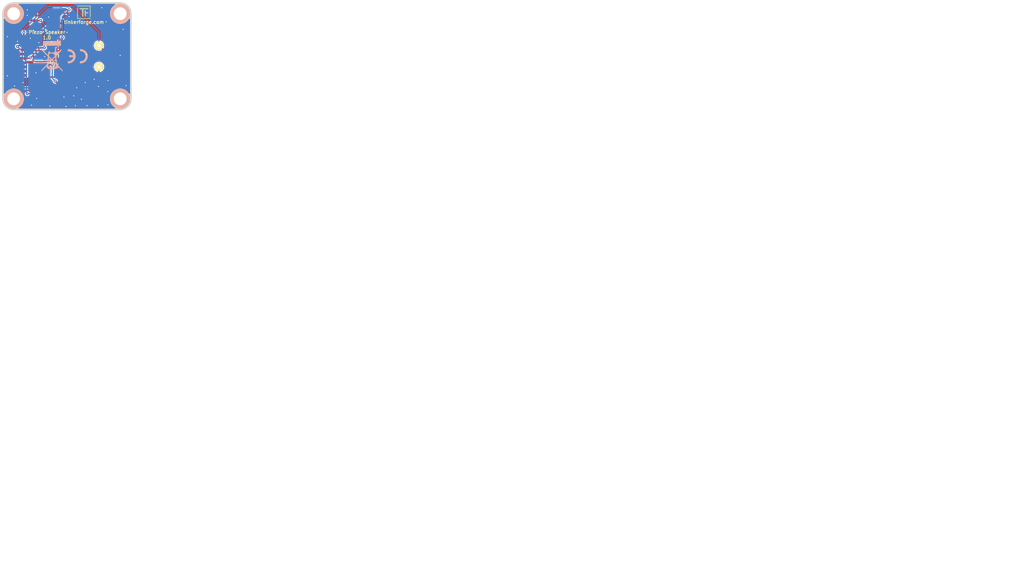
<source format=kicad_pcb>
(kicad_pcb (version 20221018) (generator pcbnew)
  (title_block (title "Piezo Speaker Bricklet") (rev "1.0") (company "Tinkerforge GmbH") (comment 1 "Licensed under CERN OHL v.1.1") (comment 2 "Copyright (©) 2013, B.Nordmeyer <bastian@tinkerforge.com>"))
  (layers (0 "F.Cu" signal "Vorderseite") (31 "B.Cu" signal "Rückseite") (34 "B.Paste" user) (35 "F.Paste" user) (36 "B.SilkS" user "B.Silkscreen") (37 "F.SilkS" user "F.Silkscreen") (38 "B.Mask" user) (39 "F.Mask" user) (44 "Edge.Cuts" user))
  (net 0 "")
  (net 1 "+5V")
  (net 2 "Feedback")
  (net 3 "GND")
  (net 4 "POT1-A")
  (net 5 "POT2-A")
  (net 6 "Reset")
  (net 7 "VCC")
  (net 8 "Net-(C3-Pad2)")
  (net 9 "Net-(C5-Pad2)")
  (net 10 "Net-(P1-Pad4)")
  (net 11 "Net-(P1-Pad5)")
  (net 12 "Net-(P1-Pad6)")
  (net 13 "Net-(P1-Pad8)")
  (net 14 "Net-(P1-Pad9)")
  (net 15 "Net-(Q1-PadD)")
  (net 16 "Net-(U1-Pad7)")
  (net 17 "Net-(U2-Pad5)")
  (net 18 "Net-(U2-Pad6)")
  (net 19 "Net-(U2-Pad10)")
  (net 20 "Net-(U2-Pad11)")
  (footprint "kicad-libraries:Logo_31x31" (layer "F.Cu") (at 60.3 30.4)
    (fp_text reference "G***" hide)
    (fp_text value "Logo_31x31" hide)
  )
  (footprint "kicad-libraries:Fiducial_Mark" (layer "F.Cu") (at 65.2 32.3)
    (fp_text reference "Fiducial_Mark" hide)
    (fp_text value "VAL**" hide)
    (pad "1" smd circle (at 0 0) (size 1.00076 1.00076) (layers "F.Cu" "F.Paste" "F.Mask") (clearance 0.65024))
  )
  (footprint "kicad-libraries:Fiducial_Mark" (layer "F.Cu") (at 45.7 46.3)
    (fp_text reference "Fiducial_Mark" hide)
    (fp_text value "VAL**" hide)
    (pad "1" smd circle (at 0 0) (size 1.00076 1.00076) (layers "F.Cu" "F.Paste" "F.Mask") (clearance 0.65024))
  )
  (footprint "kicad-libraries:C0603" (layer "F.Cu") (at 57.3 32.2 -90)
    (fp_text reference "C1")
    (fp_text value "100nF")
    (pad "1" smd rect (at -0.8001 0 270) (size 0.8001 0.8001) (layers "F.Cu" "F.Paste" "F.Mask") (net 7 "VCC"))
    (pad "2" smd rect (at 0.8001 0 270) (size 0.8001 0.8001) (layers "F.Cu" "F.Paste" "F.Mask") (net 3 "GND"))
  )
  (footprint "kicad-libraries:C0603" (layer "F.Cu") (at 56 38.9 180)
    (fp_text reference "C2")
    (fp_text value "100nF")
    (pad "1" smd rect (at -0.8001 0 180) (size 0.8001 0.8001) (layers "F.Cu" "F.Paste" "F.Mask") (net 7 "VCC"))
    (pad "2" smd rect (at 0.8001 0 180) (size 0.8001 0.8001) (layers "F.Cu" "F.Paste" "F.Mask") (net 3 "GND"))
  )
  (footprint "kicad-libraries:C0603" (layer "F.Cu") (at 58.5 50.8 90)
    (fp_text reference "C3")
    (fp_text value "5.6nF NC0")
    (pad "1" smd rect (at -0.8001 0 90) (size 0.8001 0.8001) (layers "F.Cu" "F.Paste" "F.Mask") (net 3 "GND"))
    (pad "2" smd rect (at 0.8001 0 90) (size 0.8001 0.8001) (layers "F.Cu" "F.Paste" "F.Mask") (net 8 "Net-(C3-Pad2)"))
  )
  (footprint "kicad-libraries:C0603" (layer "F.Cu") (at 49.6 51.9 90)
    (fp_text reference "C4")
    (fp_text value "100nF")
    (pad "1" smd rect (at -0.8001 0 90) (size 0.8001 0.8001) (layers "F.Cu" "F.Paste" "F.Mask") (net 3 "GND"))
    (pad "2" smd rect (at 0.8001 0 90) (size 0.8001 0.8001) (layers "F.Cu" "F.Paste" "F.Mask") (net 7 "VCC"))
  )
  (footprint "kicad-libraries:C0603" (layer "F.Cu") (at 49.6 47.7 90)
    (fp_text reference "C5")
    (fp_text value "10nF")
    (pad "1" smd rect (at -0.8001 0 90) (size 0.8001 0.8001) (layers "F.Cu" "F.Paste" "F.Mask") (net 3 "GND"))
    (pad "2" smd rect (at 0.8001 0 90) (size 0.8001 0.8001) (layers "F.Cu" "F.Paste" "F.Mask") (net 9 "Net-(C5-Pad2)"))
  )
  (footprint "kicad-libraries:CON-SENSOR" (layer "F.Cu") (at 43 42.3 -90)
    (fp_text reference "P1")
    (fp_text value "CON-SENSOR")
    (pad "1" smd rect (at -4.50088 -4.7752 270) (size 0.59944 1.5494) (layers "F.Cu" "F.Paste" "F.Mask") (net 1 "+5V"))
    (pad "2" smd rect (at -3.50012 -4.7752 270) (size 0.59944 1.5494) (layers "F.Cu" "F.Paste" "F.Mask") (net 3 "GND"))
    (pad "3" smd rect (at -2.49936 -4.7752 270) (size 0.59944 1.5494) (layers "F.Cu" "F.Paste" "F.Mask") (net 7 "VCC"))
    (pad "4" smd rect (at -1.50114 -4.7752 270) (size 0.59944 1.5494) (layers "F.Cu" "F.Paste" "F.Mask") (net 10 "Net-(P1-Pad4)"))
    (pad "5" smd rect (at -0.50038 -4.7752 270) (size 0.59944 1.5494) (layers "F.Cu" "F.Paste" "F.Mask") (net 11 "Net-(P1-Pad5)"))
    (pad "6" smd rect (at 0.50038 -4.7752 270) (size 0.59944 1.5494) (layers "F.Cu" "F.Paste" "F.Mask") (net 12 "Net-(P1-Pad6)"))
    (pad "7" smd rect (at 1.50114 -4.7752 270) (size 0.59944 1.5494) (layers "F.Cu" "F.Paste" "F.Mask") (net 6 "Reset"))
    (pad "8" smd rect (at 2.49936 -4.7752 270) (size 0.59944 1.5494) (layers "F.Cu" "F.Paste" "F.Mask") (net 13 "Net-(P1-Pad8)"))
    (pad "9" smd rect (at 3.50012 -4.7752 270) (size 0.59944 1.5494) (layers "F.Cu" "F.Paste" "F.Mask") (net 14 "Net-(P1-Pad9)"))
    (pad "10" smd rect (at 4.50088 -4.7752 270) (size 0.59944 1.5494) (layers "F.Cu" "F.Paste" "F.Mask") (net 2 "Feedback"))
    (pad "EP" smd rect (at -5.79882 -0.89916 270) (size 1.19888 1.80086) (layers "F.Cu" "F.Paste" "F.Mask") (net 3 "GND"))
    (pad "EP" smd rect (at 5.79882 -0.89916 270) (size 1.19888 1.80086) (layers "F.Cu" "F.Paste" "F.Mask") (net 3 "GND"))
  )
  (footprint "kicad-libraries:SOT23GDS" (layer "F.Cu") (at 63.4 51.5 90)
    (fp_text reference "Q1")
    (fp_text value "2N7002P")
    (pad "D" smd rect (at 0 1.016 90) (size 0.9144 0.9144) (layers "F.Cu" "F.Paste" "F.Mask") (net 15 "Net-(Q1-PadD)"))
    (pad "G" smd rect (at 0.889 -1.016 90) (size 0.9144 0.9144) (layers "F.Cu" "F.Paste" "F.Mask") (net 5 "POT2-A"))
    (pad "S" smd rect (at -0.889 -1.016 90) (size 0.9144 0.9144) (layers "F.Cu" "F.Paste" "F.Mask") (net 3 "GND"))
  )
  (footprint "kicad-libraries:R0603" (layer "F.Cu") (at 49.6 44.75 -90)
    (fp_text reference "R1")
    (fp_text value "10k")
    (pad "1" smd rect (at -0.8001 0 270) (size 0.8001 0.8001) (layers "F.Cu" "F.Paste" "F.Mask") (net 6 "Reset"))
    (pad "2" smd rect (at 0.8001 0 270) (size 0.8001 0.8001) (layers "F.Cu" "F.Paste" "F.Mask") (net 3 "GND"))
  )
  (footprint "kicad-libraries:R0603" (layer "F.Cu") (at 58.5 47.9 -90)
    (fp_text reference "R2")
    (fp_text value "18k")
    (pad "1" smd rect (at -0.8001 0 270) (size 0.8001 0.8001) (layers "F.Cu" "F.Paste" "F.Mask") (net 4 "POT1-A"))
    (pad "2" smd rect (at 0.8001 0 270) (size 0.8001 0.8001) (layers "F.Cu" "F.Paste" "F.Mask") (net 8 "Net-(C3-Pad2)"))
  )
  (footprint "kicad-libraries:R0603" (layer "F.Cu") (at 54.05 52.5)
    (fp_text reference "R3")
    (fp_text value "10k")
    (pad "1" smd rect (at -0.8001 0) (size 0.8001 0.8001) (layers "F.Cu" "F.Paste" "F.Mask") (net 7 "VCC"))
    (pad "2" smd rect (at 0.8001 0) (size 0.8001 0.8001) (layers "F.Cu" "F.Paste" "F.Mask") (net 2 "Feedback"))
  )
  (footprint "kicad-libraries:R0603" (layer "F.Cu") (at 66.2 51.5 -90)
    (fp_text reference "R4")
    (fp_text value "1k")
    (pad "1" smd rect (at -0.8001 0 270) (size 0.8001 0.8001) (layers "F.Cu" "F.Paste" "F.Mask") (net 1 "+5V"))
    (pad "2" smd rect (at 0.8001 0 270) (size 0.8001 0.8001) (layers "F.Cu" "F.Paste" "F.Mask") (net 15 "Net-(Q1-PadD)"))
  )
  (footprint "kicad-libraries:PS1420" (layer "F.Cu") (at 65.4 42.3 -90)
    (fp_text reference "SP1")
    (fp_text value "PS1420")
    (pad "1" thru_hole circle (at -2.49936 0 270) (size 1.99898 1.99898) (drill 0.8001) (layers "*.Cu" "*.Mask" "F.SilkS") (net 1 "+5V"))
    (pad "2" thru_hole circle (at 2.49936 0 270) (size 1.99898 1.99898) (drill 0.8001) (layers "*.Cu" "*.Mask" "F.SilkS") (net 15 "Net-(Q1-PadD)"))
  )
  (footprint "kicad-libraries:SOIC8" (layer "F.Cu") (at 52.8 33.3 -90)
    (fp_text reference "U1")
    (fp_text value "M24C64")
    (pad "1" smd rect (at -1.90246 2.69748 90) (size 0.59944 1.5494) (layers "F.Cu" "F.Paste" "F.Mask") (net 3 "GND"))
    (pad "2" smd rect (at -0.63246 2.69748 90) (size 0.59944 1.5494) (layers "F.Cu" "F.Paste" "F.Mask") (net 3 "GND"))
    (pad "3" smd rect (at 0.63246 2.69748 90) (size 0.59944 1.5494) (layers "F.Cu" "F.Paste" "F.Mask") (net 12 "Net-(P1-Pad6)"))
    (pad "4" smd rect (at 1.90246 2.69748 90) (size 0.59944 1.5494) (layers "F.Cu" "F.Paste" "F.Mask") (net 3 "GND"))
    (pad "5" smd rect (at 1.90246 -2.69748 270) (size 0.59944 1.5494) (layers "F.Cu" "F.Paste" "F.Mask") (net 11 "Net-(P1-Pad5)"))
    (pad "6" smd rect (at 0.63246 -2.69748 270) (size 0.59944 1.5494) (layers "F.Cu" "F.Paste" "F.Mask") (net 10 "Net-(P1-Pad4)"))
    (pad "7" smd rect (at -0.63246 -2.69748 270) (size 0.59944 1.5494) (layers "F.Cu" "F.Paste" "F.Mask") (net 16 "Net-(U1-Pad7)"))
    (pad "8" smd rect (at -1.90246 -2.69748 270) (size 0.59944 1.5494) (layers "F.Cu" "F.Paste" "F.Mask") (net 7 "VCC"))
  )
  (footprint "kicad-libraries:TSSOP14" (layer "F.Cu") (at 54 42.3 -90)
    (fp_text reference "U2")
    (fp_text value "MCP4651-104E/ST")
    (pad "1" smd rect (at -1.94818 2.79908 90) (size 0.29972 1.5494) (layers "F.Cu" "F.Paste" "F.Mask") (net 12 "Net-(P1-Pad6)"))
    (pad "2" smd rect (at -1.29794 2.79908 90) (size 0.29972 1.5494) (layers "F.Cu" "F.Paste" "F.Mask") (net 10 "Net-(P1-Pad4)"))
    (pad "3" smd rect (at -0.6477 2.79908 90) (size 0.29972 1.5494) (layers "F.Cu" "F.Paste" "F.Mask") (net 11 "Net-(P1-Pad5)"))
    (pad "4" smd rect (at 0 2.79908 90) (size 0.29972 1.5494) (layers "F.Cu" "F.Paste" "F.Mask") (net 3 "GND"))
    (pad "5" smd rect (at 0.6477 2.79908 90) (size 0.29972 1.5494) (layers "F.Cu" "F.Paste" "F.Mask") (net 17 "Net-(U2-Pad5)"))
    (pad "6" smd rect (at 1.29794 2.79908 90) (size 0.29972 1.5494) (layers "F.Cu" "F.Paste" "F.Mask") (net 18 "Net-(U2-Pad6)"))
    (pad "7" smd rect (at 1.94818 2.79908 90) (size 0.29972 1.5494) (layers "F.Cu" "F.Paste" "F.Mask") (net 5 "POT2-A"))
    (pad "8" smd rect (at 1.94818 -2.79908 270) (size 0.29972 1.5494) (layers "F.Cu" "F.Paste" "F.Mask") (net 4 "POT1-A"))
    (pad "9" smd rect (at 1.29794 -2.79908 270) (size 0.29972 1.5494) (layers "F.Cu" "F.Paste" "F.Mask") (net 18 "Net-(U2-Pad6)"))
    (pad "10" smd rect (at 0.6477 -2.79908 270) (size 0.29972 1.5494) (layers "F.Cu" "F.Paste" "F.Mask") (net 19 "Net-(U2-Pad10)"))
    (pad "11" smd rect (at 0 -2.79908 270) (size 0.29972 1.5494) (layers "F.Cu" "F.Paste" "F.Mask") (net 20 "Net-(U2-Pad11)"))
    (pad "12" smd rect (at -0.6477 -2.79908 270) (size 0.29972 1.5494) (layers "F.Cu" "F.Paste" "F.Mask") (net 7 "VCC"))
    (pad "13" smd rect (at -1.29794 -2.79908 270) (size 0.29972 1.5494) (layers "F.Cu" "F.Paste" "F.Mask") (net 7 "VCC"))
    (pad "14" smd rect (at -1.94818 -2.79908 270) (size 0.29972 1.5494) (layers "F.Cu" "F.Paste" "F.Mask") (net 7 "VCC"))
  )
  (footprint "kicad-libraries:SOIC8" (layer "F.Cu") (at 54.1 49.1 90)
    (fp_text reference "U3")
    (fp_text value "ICM7555")
    (pad "1" smd rect (at -1.90246 2.69748 270) (size 0.59944 1.5494) (layers "F.Cu" "F.Paste" "F.Mask") (net 3 "GND"))
    (pad "2" smd rect (at -0.63246 2.69748 270) (size 0.59944 1.5494) (layers "F.Cu" "F.Paste" "F.Mask") (net 8 "Net-(C3-Pad2)"))
    (pad "3" smd rect (at 0.63246 2.69748 270) (size 0.59944 1.5494) (layers "F.Cu" "F.Paste" "F.Mask") (net 5 "POT2-A"))
    (pad "4" smd rect (at 1.90246 2.69748 270) (size 0.59944 1.5494) (layers "F.Cu" "F.Paste" "F.Mask") (net 6 "Reset"))
    (pad "5" smd rect (at 1.90246 -2.69748 90) (size 0.59944 1.5494) (layers "F.Cu" "F.Paste" "F.Mask") (net 9 "Net-(C5-Pad2)"))
    (pad "6" smd rect (at 0.63246 -2.69748 90) (size 0.59944 1.5494) (layers "F.Cu" "F.Paste" "F.Mask") (net 8 "Net-(C3-Pad2)"))
    (pad "7" smd rect (at -0.63246 -2.69748 90) (size 0.59944 1.5494) (layers "F.Cu" "F.Paste" "F.Mask") (net 2 "Feedback"))
    (pad "8" smd rect (at -1.90246 -2.69748 90) (size 0.59944 1.5494) (layers "F.Cu" "F.Paste" "F.Mask") (net 7 "VCC"))
  )
  (footprint "kicad-libraries:DRILL_NP" (layer "F.Cu") (at 45.4 52.3)
    (fp_text reference "U4" hide)
    (fp_text value "DRILL" hide)
    (pad "" np_thru_hole circle (at 0 0) (size 2.99974 2.99974) (drill 2.99974) (layers "*.Cu" "*.Mask" "F.SilkS") (clearance 0.89916))
  )
  (footprint "kicad-libraries:DRILL_NP" (layer "F.Cu") (at 70.4 52.3)
    (fp_text reference "U5" hide)
    (fp_text value "DRILL" hide)
    (pad "" np_thru_hole circle (at 0 0) (size 2.99974 2.99974) (drill 2.99974) (layers "*.Cu" "*.Mask" "F.SilkS") (clearance 0.89916))
  )
  (footprint "kicad-libraries:DRILL_NP" (layer "F.Cu") (at 45.4 32.3)
    (fp_text reference "U6" hide)
    (fp_text value "DRILL" hide)
    (pad "" np_thru_hole circle (at 0 0) (size 2.99974 2.99974) (drill 2.99974) (layers "*.Cu" "*.Mask" "F.SilkS") (clearance 0.89916))
  )
  (footprint "kicad-libraries:DRILL_NP" (layer "F.Cu") (at 70.4 32.3)
    (fp_text reference "U7" hide)
    (fp_text value "DRILL" hide)
    (pad "" np_thru_hole circle (at 0 0) (size 2.99974 2.99974) (drill 2.99974) (layers "*.Cu" "*.Mask" "F.SilkS") (clearance 0.89916))
  )
  (footprint "kicad-libraries:WEEE_7mm" (layer "B.Cu") (at 54.4 42.3)
    (fp_text reference "VAL" hide)
    (fp_text value "WEEE_7mm" hide)
  )
  (footprint "kicad-libraries:CE_5mm" (layer "B.Cu") (at 60.4 42.3 180)
    (fp_text reference "VAL" hide)
    (fp_text value "CE_5mm" hide)
  )
  (gr_line (start 72.9 32.3) (end 72.9 52.3) (stroke (width 0.381)) (layer "Edge.Cuts"))
  (gr_line (start 42.9 52.3) (end 42.9 32.3) (stroke (width 0.381)) (layer "Edge.Cuts"))
  (gr_arc (start 42.9 32.3) (mid 43.632233 30.532233) (end 45.4 29.8) (stroke (width 0.381)) (layer "Edge.Cuts"))
  (gr_line (start 70.4 54.8) (end 45.4 54.8) (stroke (width 0.381)) (layer "Edge.Cuts"))
  (gr_arc (start 70.4 29.8) (mid 72.167767 30.532233) (end 72.9 32.3) (stroke (width 0.381)) (layer "Edge.Cuts"))
  (gr_line (start 45.4 29.8) (end 70.4 29.8) (stroke (width 0.381)) (layer "Edge.Cuts"))
  (gr_arc (start 45.4 54.8) (mid 43.632233 54.067767) (end 42.9 52.3) (stroke (width 0.381)) (layer "Edge.Cuts"))
  (gr_arc (start 72.9 52.3) (mid 72.167767 54.067767) (end 70.4 54.8) (stroke (width 0.381)) (layer "Edge.Cuts"))
  (gr_text "Piezo Speaker\n1.0" (at 53.2 37.3) (layer "F.SilkS") (effects (font (size 0.8 0.8))))
  (gr_text "tinkerforge.com" (at 61.9 34.3) (layer "F.SilkS") (effects (font (size 0.8 0.8))))
  (segment (start 47.8 36.7) (end 47.7752 36.7248) (width 0.29972) (layer "F.Cu") (net 1))
  (segment (start 47.7752 36.7248) (end 47.7752 37.79912) (width 0.29972) (layer "F.Cu") (net 1))
  (segment (start 66.2 47.6) (end 67.1 46.7) (width 0.29972) (layer "F.Cu") (net 1))
  (segment (start 67.1 46.7) (end 67.1 41.50064) (width 0.29972) (layer "F.Cu") (net 1))
  (segment (start 67.1 41.50064) (end 65.4 39.80064) (width 0.29972) (layer "F.Cu") (net 1))
  (segment (start 66.2 50.6999) (end 66.2 47.6) (width 0.29972) (layer "F.Cu") (net 1))
  (via (at 47.8 36.7) (size 0.70104) (drill 0.24892) (layers "F.Cu" "B.Cu") (net 1))
  (segment (start 65.4 36.6) (end 59.4 30.6) (width 0.29972) (layer "B.Cu") (net 1))
  (segment (start 59.4 30.6) (end 53.2 30.6) (width 0.29972) (layer "B.Cu") (net 1))
  (segment (start 53.2 30.6) (end 47.8 36) (width 0.29972) (layer "B.Cu") (net 1))
  (segment (start 47.8 36) (end 47.8 36.7) (width 0.29972) (layer "B.Cu") (net 1))
  (segment (start 65.4 39.80064) (end 65.4 36.6) (width 0.29972) (layer "B.Cu") (net 1))
  (segment (start 52.53246 49.73246) (end 54.8501 52.0501) (width 0.29972) (layer "F.Cu") (net 2))
  (segment (start 54.8501 52.0501) (end 54.8501 52.5) (width 0.29972) (layer "F.Cu") (net 2))
  (segment (start 47.63246 49.73246) (end 46.7 48.8) (width 0.29972) (layer "F.Cu") (net 2))
  (segment (start 46.7 48.8) (end 46.7 48.1) (width 0.29972) (layer "F.Cu") (net 2))
  (segment (start 46.7 48.1) (end 47.7752 47.0248) (width 0.29972) (layer "F.Cu") (net 2))
  (segment (start 47.7752 47.0248) (end 47.7752 46.80088) (width 0.29972) (layer "F.Cu") (net 2))
  (segment (start 51.40252 49.73246) (end 52.53246 49.73246) (width 0.29972) (layer "F.Cu") (net 2))
  (segment (start 51.40252 49.73246) (end 47.63246 49.73246) (width 0.29972) (layer "F.Cu") (net 2))
  (segment (start 52.6 42.3) (end 52.7 42.4) (width 0.29972) (layer "F.Cu") (net 3))
  (segment (start 46.30012 38.79988) (end 46.3 38.8) (width 0.29972) (layer "F.Cu") (net 3))
  (segment (start 50.1 36.3) (end 50.10252 36.29748) (width 0.29972) (layer "F.Cu") (net 3))
  (segment (start 50.10252 36.29748) (end 50.10252 35.20246) (width 0.29972) (layer "F.Cu") (net 3))
  (segment (start 48.60012 38.79988) (end 49.3 38.1) (width 0.29972) (layer "F.Cu") (net 3))
  (segment (start 43.89916 37.69916) (end 43.9 37.7) (width 0.29972) (layer "F.Cu") (net 3))
  (segment (start 56.79748 51.49748) (end 57.2 51.9) (width 0.29972) (layer "F.Cu") (net 3))
  (segment (start 61.3 52.4) (end 61.311 52.389) (width 0.29972) (layer "F.Cu") (net 3))
  (segment (start 61.311 52.389) (end 62.384 52.389) (width 0.29972) (layer "F.Cu") (net 3))
  (segment (start 59.4999 51.6001) (end 59.5 51.6) (width 0.29972) (layer "F.Cu") (net 3))
  (segment (start 48.60246 31.39754) (end 48.6 31.4) (width 0.29972) (layer "F.Cu") (net 3))
  (segment (start 48.63246 32.66754) (end 48.6 32.7) (width 0.29972) (layer "F.Cu") (net 3))
  (segment (start 51.1 36.3) (end 53.6 33.8) (width 0.29972) (layer "F.Cu") (net 3))
  (segment (start 53.6 33.8) (end 53.6 33.1) (width 0.29972) (layer "F.Cu") (net 3))
  (segment (start 57.9 36.7) (end 57.5 37.1) (width 0.29972) (layer "F.Cu") (net 3))
  (segment (start 57.5 37.1) (end 56.1 37.1) (width 0.29972) (layer "F.Cu") (net 3))
  (segment (start 56.1 37.1) (end 54.3 38.9) (width 0.29972) (layer "F.Cu") (net 3))
  (segment (start 53.9 54) (end 54 54.1) (width 0.29972) (layer "F.Cu") (net 3))
  (segment (start 54 54.1) (end 57.7 54.1) (width 0.29972) (layer "F.Cu") (net 3))
  (segment (start 57.9 33.5) (end 58.4 33) (width 0.29972) (layer "F.Cu") (net 3))
  (segment (start 58.3999 33.0001) (end 58.4 33) (width 0.29972) (layer "F.Cu") (net 3))
  (segment (start 67.1 34.2) (end 68.9 36) (width 0.29972) (layer "F.Cu") (net 3))
  (segment (start 68.9 36) (end 71.1 36) (width 0.29972) (layer "F.Cu") (net 3))
  (segment (start 70.4 42.1) (end 71.8 43.5) (width 0.29972) (layer "F.Cu") (net 3))
  (segment (start 71.8 43.5) (end 71.8 49.2) (width 0.29972) (layer "F.Cu") (net 3))
  (segment (start 67.5 50.6) (end 67.5 53.7) (width 0.29972) (layer "F.Cu") (net 3))
  (segment (start 65.2 53.9) (end 62.6 53.9) (width 0.29972) (layer "F.Cu") (net 3))
  (segment (start 59.5 50.4) (end 60.2 49.7) (width 0.29972) (layer "F.Cu") (net 3))
  (segment (start 62.2 48.5) (end 63 47.7) (width 0.29972) (layer "F.Cu") (net 3))
  (segment (start 63 47.7) (end 64.3 47.7) (width 0.29972) (layer "F.Cu") (net 3))
  (segment (start 64.15 30.9) (end 62.05 33) (width 0.29972) (layer "F.Cu") (net 3))
  (segment (start 62.05 33) (end 62.1 33) (width 0.29972) (layer "F.Cu") (net 3))
  (segment (start 50.0001 45.5501) (end 50.65 46.2) (width 0.29972) (layer "F.Cu") (net 3))
  (segment (start 52.15 33.1) (end 51.71754 32.66754) (width 0.29972) (layer "F.Cu") (net 3))
  (segment (start 51.71754 32.66754) (end 50.10252 32.66754) (width 0.29972) (layer "F.Cu") (net 3))
  (segment (start 47.6001 48.5001) (end 47.6 48.5) (width 0.29972) (layer "F.Cu") (net 3))
  (segment (start 44.39882 48.09882) (end 45.6 49.3) (width 0.29972) (layer "F.Cu") (net 3))
  (segment (start 49.6 48.5001) (end 47.6001 48.5001) (width 0.29972) (layer "F.Cu") (net 3))
  (segment (start 58.5 51.6001) (end 59.4999 51.6001) (width 0.29972) (layer "F.Cu") (net 3))
  (segment (start 57.9 33.5) (end 57.9 36.7) (width 0.29972) (layer "F.Cu") (net 3))
  (segment (start 57.3 33.0001) (end 58.3999 33.0001) (width 0.29972) (layer "F.Cu") (net 3))
  (segment (start 66.1 30.9) (end 64.15 30.9) (width 0.29972) (layer "F.Cu") (net 3))
  (segment (start 55.1999 38.9) (end 54.3 38.9) (width 0.29972) (layer "F.Cu") (net 3))
  (segment (start 43.89916 37.69916) (end 43.89916 36.50118) (width 0.29972) (layer "F.Cu") (net 3))
  (segment (start 43.89916 48.09882) (end 44.39882 48.09882) (width 0.29972) (layer "F.Cu") (net 3))
  (segment (start 53.6 33.1) (end 52.15 33.1) (width 0.29972) (layer "F.Cu") (net 3))
  (segment (start 59.5 51.6) (end 59.5 50.4) (width 0.29972) (layer "F.Cu") (net 3))
  (segment (start 56.79748 51.00246) (end 56.79748 51.49748) (width 0.29972) (layer "F.Cu") (net 3))
  (segment (start 47.7752 38.79988) (end 48.60012 38.79988) (width 0.29972) (layer "F.Cu") (net 3))
  (segment (start 50.1 36.3) (end 51.1 36.3) (width 0.29972) (layer "F.Cu") (net 3))
  (segment (start 47.7752 38.79988) (end 46.30012 38.79988) (width 0.29972) (layer "F.Cu") (net 3))
  (segment (start 48.63246 32.66754) (end 50.10252 32.66754) (width 0.29972) (layer "F.Cu") (net 3))
  (segment (start 49.6 45.5501) (end 50.0001 45.5501) (width 0.29972) (layer "F.Cu") (net 3))
  (segment (start 50.10252 31.39754) (end 48.60246 31.39754) (width 0.29972) (layer "F.Cu") (net 3))
  (segment (start 58.4 33) (end 62.1 33) (width 0.29972) (layer "F.Cu") (net 3))
  (segment (start 52.6 42.3) (end 51.20092 42.3) (width 0.29972) (layer "F.Cu") (net 3))
  (segment (start 49.6 52.7001) (end 49.6 53.8) (width 0.29972) (layer "F.Cu") (net 3))
  (via (at 67.1 34.2) (size 0.70104) (drill 0.24892) (layers "F.Cu" "B.Cu") (net 3))
  (via (at 45.6 49.3) (size 0.70104) (drill 0.24892) (layers "F.Cu" "B.Cu") (net 3))
  (via (at 71.1 36) (size 0.70104) (drill 0.24892) (layers "F.Cu" "B.Cu") (net 3))
  (via (at 62.2 48.5) (size 0.70104) (drill 0.24892) (layers "F.Cu" "B.Cu") (net 3))
  (via (at 47.6 48.5) (size 0.70104) (drill 0.24892) (layers "F.Cu" "B.Cu") (net 3))
  (via (at 49.6 53.8) (size 0.70104) (drill 0.24892) (layers "F.Cu" "B.Cu") (net 3))
  (via (at 49.3 38.1) (size 0.70104) (drill 0.24892) (layers "F.Cu" "B.Cu") (net 3))
  (via (at 59.9 53.9) (size 0.70104) (drill 0.24892) (layers "F.Cu" "B.Cu") (net 3))
  (via (at 66.1 30.9) (size 0.70104) (drill 0.24892) (layers "F.Cu" "B.Cu") (net 3))
  (via (at 48.6 32.7) (size 0.70104) (drill 0.24892) (layers "F.Cu" "B.Cu") (net 3))
  (via (at 57.2 51.9) (size 0.70104) (drill 0.24892) (layers "F.Cu" "B.Cu") (net 3))
  (via (at 57.7 54.1) (size 0.70104) (drill 0.24892) (layers "F.Cu" "B.Cu") (net 3))
  (via (at 43.9 46.9) (size 0.70104) (drill 0.24892) (layers "F.Cu" "B.Cu") (net 3))
  (via (at 50.65 46.2) (size 0.70104) (drill 0.24892) (layers "F.Cu" "B.Cu") (net 3))
  (via (at 50.1 36.3) (size 0.70104) (drill 0.24892) (layers "F.Cu" "B.Cu") (net 3))
  (via (at 61.3 52.4) (size 0.70104) (drill 0.24892) (layers "F.Cu" "B.Cu") (net 3))
  (via (at 54.3 38.9) (size 0.70104) (drill 0.24892) (layers "F.Cu" "B.Cu") (net 3))
  (via (at 57.9 36.7) (size 0.70104) (drill 0.24892) (layers "F.Cu" "B.Cu") (net 3))
  (via (at 65.2 53.9) (size 0.70104) (drill 0.24892) (layers "F.Cu" "B.Cu") (net 3))
  (via (at 62.5 41.9) (size 0.70104) (drill 0.24892) (layers "F.Cu" "B.Cu") (net 3))
  (via (at 51.3 39.1) (size 0.70104) (drill 0.24892) (layers "F.Cu" "B.Cu") (net 3))
  (via (at 58.4 33) (size 0.70104) (drill 0.24892) (layers "F.Cu" "B.Cu") (net 3))
  (via (at 65.3 49.4) (size 0.70104) (drill 0.24892) (layers "F.Cu" "B.Cu") (net 3))
  (via (at 50.8 52.2) (size 0.70104) (drill 0.24892) (layers "F.Cu" "B.Cu") (net 3))
  (via (at 48.6 31.4) (size 0.70104) (drill 0.24892) (layers "F.Cu" "B.Cu") (net 3))
  (via (at 67.5 53.7) (size 0.70104) (drill 0.24892) (layers "F.Cu" "B.Cu") (net 3))
  (via (at 70.4 42.1) (size 0.70104) (drill 0.24892) (layers "F.Cu" "B.Cu") (net 3))
  (via (at 67.5 50.6) (size 0.70104) (drill 0.24892) (layers "F.Cu" "B.Cu") (net 3))
  (via (at 62.6 53.9) (size 0.70104) (drill 0.24892) (layers "F.Cu" "B.Cu") (net 3))
  (via (at 53.6 33.1) (size 0.70104) (drill 0.24892) (layers "F.Cu" "B.Cu") (net 3))
  (via (at 60.2 49.7) (size 0.70104) (drill 0.24892) (layers "F.Cu" "B.Cu") (net 3))
  (via (at 53.9 54) (size 0.70104) (drill 0.24892) (layers "F.Cu" "B.Cu") (net 3))
  (via (at 46.3 38.8) (size 0.70104) (drill 0.24892) (layers "F.Cu" "B.Cu") (net 3))
  (via (at 52.7 42.4) (size 0.70104) (drill 0.24892) (layers "F.Cu" "B.Cu") (net 3))
  (via (at 64.3 47.7) (size 0.70104) (drill 0.24892) (layers "F.Cu" "B.Cu") (net 3))
  (via (at 71.8 49.2) (size 0.70104) (drill 0.24892) (layers "F.Cu" "B.Cu") (net 3))
  (via (at 59.5 51.6) (size 0.70104) (drill 0.24892) (layers "F.Cu" "B.Cu") (net 3))
  (via (at 43.9 37.7) (size 0.70104) (drill 0.24892) (layers "F.Cu" "B.Cu") (net 3))
  (via (at 67.5 48) (size 0.70104) (drill 0.24892) (layers "F.Cu" "B.Cu") (net 3))
  (segment (start 46.3 38.8) (end 46.6 38.5) (width 0.29972) (layer "B.Cu") (net 3))
  (segment (start 46.6 38.5) (end 47.9 38.5) (width 0.29972) (layer "B.Cu") (net 3))
  (segment (start 47.9 38.5) (end 50.1 36.3) (width 0.29972) (layer "B.Cu") (net 3))
  (segment (start 57.2 51.9) (end 57.7 52.4) (width 0.29972) (layer "B.Cu") (net 3))
  (segment (start 57.7 52.4) (end 59.8 52.4) (width 0.29972) (layer "B.Cu") (net 3))
  (segment (start 59.5 51.6) (end 59.8 51.9) (width 0.29972) (layer "B.Cu") (net 3))
  (segment (start 59.8 51.9) (end 59.8 52.4) (width 0.29972) (layer "B.Cu") (net 3))
  (segment (start 59.8 52.4) (end 61.3 52.4) (width 0.29972) (layer "B.Cu") (net 3))
  (segment (start 48.6 33.6) (end 44.5 37.7) (width 0.29972) (layer "B.Cu") (net 3))
  (segment (start 44.5 37.7) (end 43.9 37.7) (width 0.29972) (layer "B.Cu") (net 3))
  (segment (start 45 38.8) (end 43.9 37.7) (width 0.29972) (layer "B.Cu") (net 3))
  (segment (start 53.3 42.4) (end 54.3 41.4) (width 0.29972) (layer "B.Cu") (net 3))
  (segment (start 54.3 41.4) (end 54.3 38.9) (width 0.29972) (layer "B.Cu") (net 3))
  (segment (start 54.3 33.8) (end 53.6 33.1) (width 0.29972) (layer "B.Cu") (net 3))
  (segment (start 49.6 53.8) (end 49.8 54) (width 0.29972) (layer "B.Cu") (net 3))
  (segment (start 49.8 54) (end 53.9 54) (width 0.29972) (layer "B.Cu") (net 3))
  (segment (start 57.7 54.1) (end 59.4 52.4) (width 0.29972) (layer "B.Cu") (net 3))
  (segment (start 59.4 52.4) (end 59.8 52.4) (width 0.29972) (layer "B.Cu") (net 3))
  (segment (start 49.6 52) (end 49.6 49.5) (width 0.29972) (layer "B.Cu") (net 3))
  (segment (start 50.6 52) (end 50.8 52.2) (width 0.29972) (layer "B.Cu") (net 3))
  (segment (start 50.3 38.1) (end 51.3 39.1) (width 0.29972) (layer "B.Cu") (net 3))
  (segment (start 66.1 30.9) (end 67.1 31.9) (width 0.29972) (layer "B.Cu") (net 3))
  (segment (start 67.1 31.9) (end 67.1 34.2) (width 0.29972) (layer "B.Cu") (net 3))
  (segment (start 71.1 36) (end 70.4 36.7) (width 0.29972) (layer "B.Cu") (net 3))
  (segment (start 70.4 36.7) (end 70.4 42.1) (width 0.29972) (layer "B.Cu") (net 3))
  (segment (start 71.8 49.2) (end 71.7 49.3) (width 0.29972) (layer "B.Cu") (net 3))
  (segment (start 71.7 49.3) (end 68.8 49.3) (width 0.29972) (layer "B.Cu") (net 3))
  (segment (start 68.8 49.3) (end 67.5 50.6) (width 0.29972) (layer "B.Cu") (net 3))
  (segment (start 67.5 53.7) (end 67.3 53.9) (width 0.29972) (layer "B.Cu") (net 3))
  (segment (start 67.3 53.9) (end 65.2 53.9) (width 0.29972) (layer "B.Cu") (net 3))
  (segment (start 62.6 53.9) (end 59.9 53.9) (width 0.29972) (layer "B.Cu") (net 3))
  (segment (start 60.2 49.7) (end 61.4 48.5) (width 0.29972) (layer "B.Cu") (net 3))
  (segment (start 61.4 48.5) (end 62.2 48.5) (width 0.29972) (layer "B.Cu") (net 3))
  (segment (start 64.3 47.7) (end 65.3 48.7) (width 0.29972) (layer "B.Cu") (net 3))
  (segment (start 65.3 48.7) (end 65.3 49.4) (width 0.29972) (layer "B.Cu") (net 3))
  (segment (start 66.1 49.4) (end 67.5 48) (width 0.29972) (layer "B.Cu") (net 3))
  (segment (start 57.9 37.3) (end 62.5 41.9) (width 0.29972) (layer "B.Cu") (net 3))
  (segment (start 50.65 46.2) (end 49.6 47.25) (width 0.29972) (layer "B.Cu") (net 3))
  (segment (start 47.6 48.5) (end 47.45 48.35) (width 0.29972) (layer "B.Cu") (net 3))
  (segment (start 47.45 48.35) (end 45.35 48.35) (width 0.29972) (layer "B.Cu") (net 3))
  (segment (start 45.35 48.35) (end 43.9 46.9) (width 0.29972) (layer "B.Cu") (net 3))
  (segment (start 52.7 42.4) (end 53.3 42.4) (width 0.29972) (layer "B.Cu") (net 3))
  (segment (start 54.3 33.8) (end 54.3 38.9) (width 0.29972) (layer "B.Cu") (net 3))
  (segment (start 49.6 49.5) (end 49.6 47.25) (width 0.29972) (layer "B.Cu") (net 3))
  (segment (start 48.6 32.7) (end 48.6 33.6) (width 0.29972) (layer "B.Cu") (net 3))
  (segment (start 46.3 38.8) (end 45 38.8) (width 0.29972) (layer "B.Cu") (net 3))
  (segment (start 49.6 52) (end 50.6 52) (width 0.29972) (layer "B.Cu") (net 3))
  (segment (start 43.9 46.9) (end 43.9 37.7) (width 0.29972) (layer "B.Cu") (net 3))
  (segment (start 65.3 49.4) (end 66.1 49.4) (width 0.29972) (layer "B.Cu") (net 3))
  (segment (start 49.3 38.1) (end 50.3 38.1) (width 0.29972) (layer "B.Cu") (net 3))
  (segment (start 57.9 36.7) (end 57.9 37.3) (width 0.29972) (layer "B.Cu") (net 3))
  (segment (start 48.6 31.4) (end 48.6 32.7) (width 0.29972) (layer "B.Cu") (net 3))
  (segment (start 49.6 53.8) (end 49.6 52) (width 0.29972) (layer "B.Cu") (net 3))
  (segment (start 58.5 47.05) (end 57.95 46.5) (width 0.29972) (layer "F.Cu") (net 4))
  (segment (start 57.95 46.5) (end 57.95 44.75) (width 0.29972) (layer "F.Cu") (net 4))
  (segment (start 57.95 44.75) (end 57.44818 44.24818) (width 0.29972) (layer "F.Cu") (net 4))
  (segment (start 57.44818 44.24818) (end 56.79908 44.24818) (width 0.29972) (layer "F.Cu") (net 4))
  (segment (start 58.5 47.0999) (end 58.5 47.05) (width 0.29972) (layer "F.Cu") (net 4))
  (segment (start 55.46754 48.46754) (end 55.15 48.15) (width 0.29972) (layer "F.Cu") (net 5))
  (segment (start 54.45 44.25) (end 54.44818 44.24818) (width 0.29972) (layer "F.Cu") (net 5))
  (segment (start 54.44818 44.24818) (end 51.20092 44.24818) (width 0.29972) (layer "F.Cu") (net 5))
  (segment (start 57.28246 48.46754) (end 57.85 47.9) (width 0.29972) (layer "F.Cu") (net 5))
  (segment (start 57.85 47.9) (end 59.75 47.9) (width 0.29972) (layer "F.Cu") (net 5))
  (segment (start 59.75 47.9) (end 62.384 50.534) (width 0.29972) (layer "F.Cu") (net 5))
  (segment (start 62.384 50.534) (end 62.384 50.611) (width 0.29972) (layer "F.Cu") (net 5))
  (segment (start 56.79748 48.46754) (end 57.28246 48.46754) (width 0.29972) (layer "F.Cu") (net 5))
  (segment (start 56.79748 48.46754) (end 55.46754 48.46754) (width 0.29972) (layer "F.Cu") (net 5))
  (via (at 54.45 44.25) (size 0.70104) (drill 0.24892) (layers "F.Cu" "B.Cu") (net 5))
  (via (at 55.15 48.15) (size 0.70104) (drill 0.24892) (layers "F.Cu" "B.Cu") (net 5))
  (segment (start 55.15 48.15) (end 54.45 47.45) (width 0.29972) (layer "B.Cu") (net 5))
  (segment (start 54.45 47.45) (end 54.45 44.25) (width 0.29972) (layer "B.Cu") (net 5))
  (segment (start 53.59754 47.19754) (end 52.05 45.65) (width 0.29972) (layer "F.Cu") (net 6))
  (segment (start 52.05 45.65) (end 51.1 45.65) (width 0.29972) (layer "F.Cu") (net 6))
  (segment (start 51.1 45.65) (end 49.6 44.15) (width 0.29972) (layer "F.Cu") (net 6))
  (segment (start 49.6 44.15) (end 49.6 43.9499) (width 0.29972) (layer "F.Cu") (net 6))
  (segment (start 49.45124 43.80114) (end 49.6 43.9499) (width 0.29972) (layer "F.Cu") (net 6))
  (segment (start 47.7752 43.80114) (end 49.45124 43.80114) (width 0.29972) (layer "F.Cu") (net 6))
  (segment (start 56.79748 47.19754) (end 53.59754 47.19754) (width 0.29972) (layer "F.Cu") (net 6))
  (segment (start 56.8001 37.9001) (end 56.8 37.9) (width 0.29972) (layer "F.Cu") (net 7))
  (segment (start 56.79908 38.90102) (end 56.8001 38.9) (width 0.29972) (layer "F.Cu") (net 7))
  (segment (start 55.5523 41.6523) (end 55.5 41.6) (width 0.29972) (layer "F.Cu") (net 7))
  (segment (start 55.5 41.6) (end 55.5 41.1) (width 0.29972) (layer "F.Cu") (net 7))
  (segment (start 55.5 40.5) (end 55.64818 40.35182) (width 0.29972) (layer "F.Cu") (net 7))
  (segment (start 55.64818 40.35182) (end 56.79908 40.35182) (width 0.29972) (layer "F.Cu") (net 7))
  (segment (start 55.5 41.00206) (end 55.59794 41.1) (width 0.29972) (layer "F.Cu") (net 7))
  (segment (start 55.59794 41.1) (end 55.6 41.1) (width 0.29972) (layer "F.Cu") (net 7))
  (segment (start 55.6 41.1) (end 55.5 41.1) (width 0.29972) (layer "F.Cu") (net 7))
  (segment (start 55.5 41.1) (end 55.5 40.5) (width 0.29972) (layer "F.Cu") (net 7))
  (segment (start 57.29764 31.39754) (end 57.3 31.3999) (width 0.29972) (layer "F.Cu") (net 7))
  (segment (start 58.3999 31.3999) (end 58.4 31.4) (width 0.29972) (layer "F.Cu") (net 7))
  (segment (start 46.49936 39.80064) (end 46.3 40) (width 0.29972) (layer "F.Cu") (net 7))
  (segment (start 49.69744 51.00246) (end 49.6 51.0999) (width 0.29972) (layer "F.Cu") (net 7))
  (segment (start 48.6001 51.0999) (end 48.6 51.1) (width 0.29972) (layer "F.Cu") (net 7))
  (segment (start 52.8 52.5) (end 51.40252 51.10252) (width 0.29972) (layer "F.Cu") (net 7))
  (segment (start 51.40252 51.10252) (end 51.40252 51.00246) (width 0.29972) (layer "F.Cu") (net 7))
  (segment (start 56.79908 41.6523) (end 55.5523 41.6523) (width 0.29972) (layer "F.Cu") (net 7))
  (segment (start 49.6 51.0999) (end 48.6001 51.0999) (width 0.29972) (layer "F.Cu") (net 7))
  (segment (start 56.79908 41.00206) (end 55.5 41.00206) (width 0.29972) (layer "F.Cu") (net 7))
  (segment (start 53.2499 52.5) (end 52.8 52.5) (width 0.29972) (layer "F.Cu") (net 7))
  (segment (start 56.8001 37.9001) (end 56.8001 38.9) (width 0.29972) (layer "F.Cu") (net 7))
  (segment (start 51.40252 51.00246) (end 49.69744 51.00246) (width 0.29972) (layer "F.Cu") (net 7))
  (segment (start 55.49748 31.39754) (end 57.29764 31.39754) (width 0.29972) (layer "F.Cu") (net 7))
  (segment (start 57.3 31.3999) (end 58.3999 31.3999) (width 0.29972) (layer "F.Cu") (net 7))
  (segment (start 56.79908 40.35182) (end 56.79908 38.90102) (width 0.29972) (layer "F.Cu") (net 7))
  (segment (start 47.7752 39.80064) (end 46.49936 39.80064) (width 0.29972) (layer "F.Cu") (net 7))
  (via (at 56.8 37.9) (size 0.70104) (drill 0.24892) (layers "F.Cu" "B.Cu") (net 7))
  (via (at 48.6 51.1) (size 0.70104) (drill 0.24892) (layers "F.Cu" "B.Cu") (net 7))
  (via (at 46.3 40) (size 0.70104) (drill 0.24892) (layers "F.Cu" "B.Cu") (net 7))
  (via (at 58.4 31.4) (size 0.70104) (drill 0.24892) (layers "F.Cu" "B.Cu") (net 7))
  (segment (start 58.4 31.4) (end 56.8 33) (width 0.29972) (layer "B.Cu") (net 7))
  (segment (start 56.8 33) (end 56.8 37.9) (width 0.29972) (layer "B.Cu") (net 7))
  (segment (start 55.6 39.1) (end 56.8 37.9) (width 0.29972) (layer "B.Cu") (net 7))
  (segment (start 46.3 40) (end 47.4 41.1) (width 0.29972) (layer "B.Cu") (net 7))
  (segment (start 47.4 41.1) (end 47.4 42.5) (width 0.29972) (layer "B.Cu") (net 7))
  (segment (start 47.4 42.5) (end 48.4 43.5) (width 0.29972) (layer "B.Cu") (net 7))
  (segment (start 48.4 43.5) (end 54.5 43.5) (width 0.29972) (layer "B.Cu") (net 7))
  (segment (start 54.5 43.5) (end 55.6 42.4) (width 0.29972) (layer "B.Cu") (net 7))
  (segment (start 55.6 42.4) (end 55.6 39.1) (width 0.29972) (layer "B.Cu") (net 7))
  (segment (start 48.6 51.1) (end 48.4 50.9) (width 0.29972) (layer "B.Cu") (net 7))
  (segment (start 48.4 50.9) (end 48.4 43.5) (width 0.29972) (layer "B.Cu") (net 7))
  (segment (start 58.23256 49.73246) (end 58.5 49.9999) (width 0.29972) (layer "F.Cu") (net 8))
  (segment (start 55.18246 49.73246) (end 53.91754 48.46754) (width 0.29972) (layer "F.Cu") (net 8))
  (segment (start 53.91754 48.46754) (end 51.40252 48.46754) (width 0.29972) (layer "F.Cu") (net 8))
  (segment (start 56.79748 49.73246) (end 58.23256 49.73246) (width 0.29972) (layer "F.Cu") (net 8))
  (segment (start 58.5 49.9999) (end 58.5 48.7001) (width 0.29972) (layer "F.Cu") (net 8))
  (segment (start 56.79748 49.73246) (end 55.18246 49.73246) (width 0.29972) (layer "F.Cu") (net 8))
  (segment (start 49.89764 47.19754) (end 49.6 46.8999) (width 0.29972) (layer "F.Cu") (net 9))
  (segment (start 51.40252 47.19754) (end 49.89764 47.19754) (width 0.29972) (layer "F.Cu") (net 9))
  (segment (start 49.70206 41.00206) (end 49.49886 40.79886) (width 0.29972) (layer "F.Cu") (net 10))
  (segment (start 49.49886 40.79886) (end 47.7752 40.79886) (width 0.29972) (layer "F.Cu") (net 10))
  (segment (start 54.56754 33.93246) (end 49.49886 39.00114) (width 0.29972) (layer "F.Cu") (net 10))
  (segment (start 49.49886 39.00114) (end 49.49886 40.79886) (width 0.29972) (layer "F.Cu") (net 10))
  (segment (start 51.20092 41.00206) (end 49.70206 41.00206) (width 0.29972) (layer "F.Cu") (net 10))
  (segment (start 55.49748 33.93246) (end 54.56754 33.93246) (width 0.29972) (layer "F.Cu") (net 10))
  (segment (start 49.40038 41.79962) (end 49.5477 41.6523) (width 0.29972) (layer "F.Cu") (net 11))
  (segment (start 49.5477 41.6523) (end 51.20092 41.6523) (width 0.29972) (layer "F.Cu") (net 11))
  (segment (start 52.5477 41.6523) (end 53.5 40.7) (width 0.29972) (layer "F.Cu") (net 11))
  (segment (start 53.5 40.7) (end 53.5 37.19994) (width 0.29972) (layer "F.Cu") (net 11))
  (segment (start 53.5 37.19994) (end 55.49748 35.20246) (width 0.29972) (layer "F.Cu") (net 11))
  (segment (start 51.20092 41.6523) (end 52.5477 41.6523) (width 0.29972) (layer "F.Cu") (net 11))
  (segment (start 47.7752 41.79962) (end 49.40038 41.79962) (width 0.29972) (layer "F.Cu") (net 11))
  (segment (start 49.19962 42.80038) (end 49.3 42.7) (width 0.29972) (layer "F.Cu") (net 12))
  (segment (start 52.6 40.3) (end 52.54818 40.35182) (width 0.29972) (layer "F.Cu") (net 12))
  (segment (start 52.54818 40.35182) (end 51.20092 40.35182) (width 0.29972) (layer "F.Cu") (net 12))
  (segment (start 51.66754 33.93246) (end 51.7 33.9) (width 0.29972) (layer "F.Cu") (net 12))
  (segment (start 47.7752 42.80038) (end 49.19962 42.80038) (width 0.29972) (layer "F.Cu") (net 12))
  (segment (start 50.10252 33.93246) (end 51.66754 33.93246) (width 0.29972) (layer "F.Cu") (net 12))
  (via (at 52.6 40.3) (size 0.70104) (drill 0.24892) (layers "F.Cu" "B.Cu") (net 12))
  (via (at 51.7 33.9) (size 0.70104) (drill 0.24892) (layers "F.Cu" "B.Cu") (net 12))
  (via (at 49.3 42.7) (size 0.70104) (drill 0.24892) (layers "F.Cu" "B.Cu") (net 12))
  (segment (start 49.3 42.7) (end 51.7 40.3) (width 0.29972) (layer "B.Cu") (net 12))
  (segment (start 51.7 40.3) (end 52.6 40.3) (width 0.29972) (layer "B.Cu") (net 12))
  (segment (start 51.7 33.9) (end 52.6 34.8) (width 0.29972) (layer "B.Cu") (net 12))
  (segment (start 52.6 34.8) (end 52.6 40.3) (width 0.29972) (layer "B.Cu") (net 12))
  (segment (start 64.416 48.884) (end 65.4 47.9) (width 0.29972) (layer "F.Cu") (net 15))
  (segment (start 65.4 47.9) (end 65.4 44.79936) (width 0.29972) (layer "F.Cu") (net 15))
  (segment (start 65.3001 52.3001) (end 64.5 51.5) (width 0.29972) (layer "F.Cu") (net 15))
  (segment (start 64.5 51.5) (end 64.416 51.5) (width 0.29972) (layer "F.Cu") (net 15))
  (segment (start 66.2 52.3001) (end 65.3001 52.3001) (width 0.29972) (layer "F.Cu") (net 15))
  (segment (start 64.416 51.5) (end 64.416 48.884) (width 0.29972) (layer "F.Cu") (net 15))
  (segment (start 53.05206 43.59794) (end 53.15 43.5) (width 0.29972) (layer "F.Cu") (net 18))
  (segment (start 53.15 43.5) (end 55.1 43.5) (width 0.29972) (layer "F.Cu") (net 18))
  (segment (start 55.1 43.5) (end 55.19794 43.59794) (width 0.29972) (layer "F.Cu") (net 18))
  (segment (start 55.19794 43.59794) (end 56.79908 43.59794) (width 0.29972) (layer "F.Cu") (net 18))
  (segment (start 51.20092 43.59794) (end 53.05206 43.59794) (width 0.29972) (layer "F.Cu") (net 18))
  (zone (net 3) (net_name "GND") (layer "F.Cu") (connect_pads (clearance 0.24892)) (min_thickness 0.24892) (fill yes (thermal_gap 0.29972) (thermal_bridge_width 0.29972))
    (polygon (pts (xy 42.9 54.8) (xy 42.9 29.8) (xy 72.8 29.8) (xy 72.8 54.8)))
  )
  (zone (net 3) (net_name "GND") (layer "B.Cu") (connect_pads (clearance 0.24892)) (min_thickness 0.24892) (fill yes (thermal_gap 0.29972) (thermal_bridge_width 0.29972))
    (polygon (pts (xy 72.8 54.8) (xy 42.9 54.8) (xy 42.9 29.8) (xy 72.8 29.8)))
  )
)
</source>
